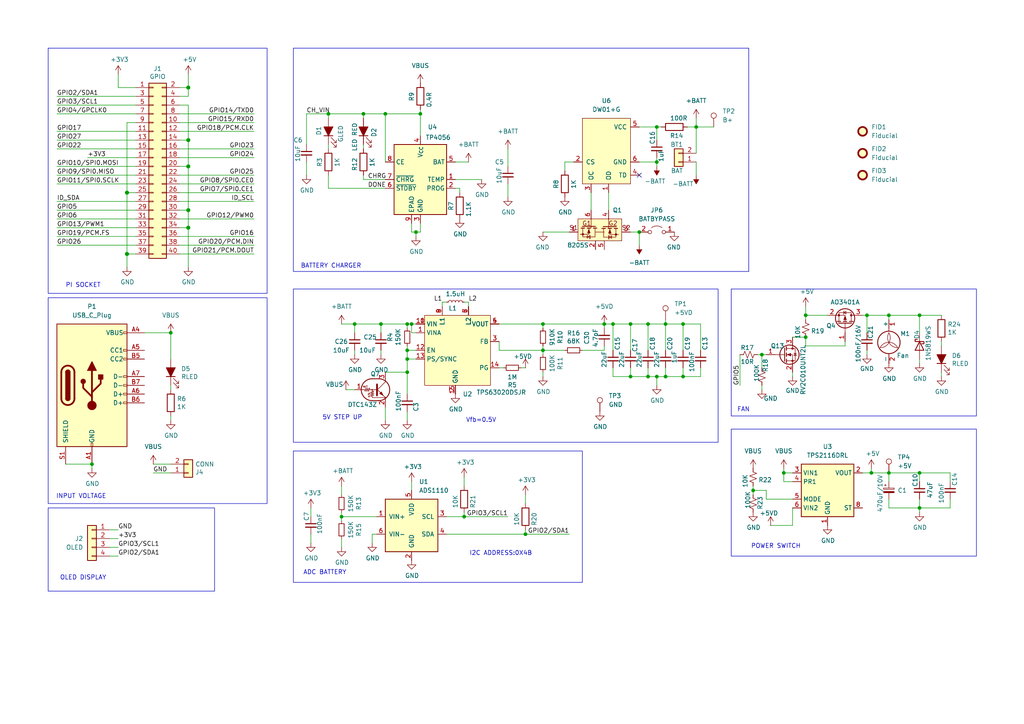
<source format=kicad_sch>
(kicad_sch (version 20250114) (generator "eeschema") (generator_version "9.0")
  (paper "A4")
  (title_block (title "PI hat ups+oled+fan") (date "2025-06-10") (comment 1 "doenec@gmail.com") (comment 2 "Esteban Corredor") (comment 3 "https://www.linkedin.com/in/estebancorredor/") (comment 4 "estebancorredor.net"))
  (rectangle (start 13.97 13.97) (end 77.47 85.09))
  (rectangle (start 212.09 83.82) (end 283.21 120.65))
  (rectangle (start 85.09 130.81) (end 168.91 168.91))
  (rectangle (start 212.09 124.46) (end 283.21 161.29))
  (rectangle (start 85.09 83.82) (end 208.28 128.27))
  (rectangle (start 13.97 86.36) (end 77.47 146.05))
  (rectangle (start 85.09 13.97) (end 217.17 78.74))
  (rectangle (start 13.97 147.32) (end 62.23 171.45))
  (text "I2C ADDRESS:0X4B" (at 136.144 161.29 0) (effects (font (size 1.27 1.27)) (justify left bottom)))
  (text "Vfb=0.5V" (at 135.128 122.682 0) (effects (font (size 1.27 1.27)) (justify left bottom)))
  (text "ADC BATTERY" (at 94.234 166.116 0) (effects (font (size 1.27 1.27))))
  (text "POWER SWITCH" (at 225.044 158.496 0) (effects (font (size 1.27 1.27))))
  (text "FAN" (at 215.646 118.872 0) (effects (font (size 1.27 1.27))))
  (text "PI SOCKET" (at 24.13 82.804 0) (effects (font (size 1.27 1.27))))
  (text "5V STEP UP" (at 93.472 121.92 0) (effects (font (size 1.27 1.27)) (justify left bottom)))
  (text "BATTERY CHARGER" (at 96.012 77.216 0) (effects (font (size 1.27 1.27))))
  (text "INPUT VOLTAGE" (at 16.256 144.78 0) (effects (font (size 1.27 1.27)) (justify left bottom)))
  (text "OLED DISPLAY" (at 24.13 167.64 0) (effects (font (size 1.27 1.27))))
  (junction (at 233.68 91.44))
  (junction (at 157.48 101.6))
  (junction (at 201.93 36.83))
  (junction (at 54.61 25.4) (diameter 1.016))
  (junction (at 220.98 102.87))
  (junction (at 177.8 93.98))
  (junction (at 134.62 149.86))
  (junction (at 54.61 40.64) (diameter 1.016))
  (junction (at 102.87 93.98))
  (junction (at 193.04 93.98))
  (junction (at 182.88 93.98))
  (junction (at 185.42 67.31))
  (junction (at 198.12 93.98))
  (junction (at 198.12 109.22))
  (junction (at 257.81 91.44))
  (junction (at 233.68 97.79))
  (junction (at 118.11 93.98))
  (junction (at 99.06 149.86))
  (junction (at 36.83 73.66) (diameter 1.016))
  (junction (at 190.5 109.22))
  (junction (at 252.73 137.16))
  (junction (at 190.5 36.83))
  (junction (at 119.38 93.98))
  (junction (at 152.4 154.94))
  (junction (at 227.33 137.16))
  (junction (at 36.83 55.88) (diameter 1.016))
  (junction (at 218.44 142.24))
  (junction (at 54.61 66.04) (diameter 1.016))
  (junction (at 187.96 93.98))
  (junction (at 257.81 137.16))
  (junction (at 118.11 104.14))
  (junction (at 118.11 107.95))
  (junction (at 121.92 33.02))
  (junction (at 110.49 93.98))
  (junction (at 26.67 134.62))
  (junction (at 118.11 101.6))
  (junction (at 120.65 67.31))
  (junction (at 54.61 60.96) (diameter 1.016))
  (junction (at 111.76 33.02))
  (junction (at 54.61 48.26) (diameter 1.016))
  (junction (at 175.26 93.98))
  (junction (at 157.48 93.98))
  (junction (at 266.7 91.44))
  (junction (at 95.25 33.02))
  (junction (at 266.7 147.32))
  (junction (at 193.04 109.22))
  (junction (at 49.53 96.52))
  (junction (at 187.96 109.22))
  (junction (at 105.41 33.02))
  (junction (at 182.88 109.22))
  (junction (at 190.5 46.99))
  (junction (at 251.46 91.44))
  (junction (at 266.7 137.16))
  (no_connect (at 185.42 50.8))
  (wire (pts (xy 95.25 34.29) (xy 95.25 33.02)))
  (wire (pts (xy 275.59 139.7) (xy 275.59 137.16)))
  (wire (pts (xy 49.53 96.52) (xy 49.53 104.14)))
  (wire (pts (xy 36.83 55.88) (xy 36.83 73.66)))
  (wire (pts (xy 52.07 55.88) (xy 73.66 55.88)))
  (wire (pts (xy 175.26 93.98) (xy 177.8 93.98)))
  (wire (pts (xy 273.05 109.22) (xy 273.05 107.95)))
  (wire (pts (xy 144.78 99.06) (xy 144.78 101.6)))
  (wire (pts (xy 233.68 91.44) (xy 233.68 92.71)))
  (wire (pts (xy 39.37 38.1) (xy 16.51 38.1)))
  (wire (pts (xy 121.92 33.02) (xy 121.92 31.75)))
  (wire (pts (xy 25.4 45.72) (xy 39.37 45.72)))
  (wire (pts (xy 105.41 52.07) (xy 105.41 50.8)))
  (wire (pts (xy 229.87 147.32) (xy 229.87 152.4)))
  (wire (pts (xy 54.61 30.48) (xy 54.61 40.64)))
  (wire (pts (xy 177.8 93.98) (xy 177.8 101.6)))
  (wire (pts (xy 54.61 48.26) (xy 52.07 48.26)))
  (wire (pts (xy 99.06 148.59) (xy 99.06 149.86)))
  (wire (pts (xy 222.25 142.24) (xy 218.44 142.24)))
  (wire (pts (xy 128.27 87.63) (xy 128.27 88.9)))
  (wire (pts (xy 198.12 106.68) (xy 198.12 109.22)))
  (wire (pts (xy 99.06 140.97) (xy 99.06 143.51)))
  (wire (pts (xy 111.76 52.07) (xy 105.41 52.07)))
  (wire (pts (xy 54.61 60.96) (xy 54.61 66.04)))
  (wire (pts (xy 102.87 93.98) (xy 102.87 96.52)))
  (wire (pts (xy 266.7 104.14) (xy 266.7 105.41)))
  (wire (pts (xy 252.73 137.16) (xy 257.81 137.16)))
  (wire (pts (xy 198.12 101.6) (xy 198.12 93.98)))
  (wire (pts (xy 157.48 109.22) (xy 157.48 107.95)))
  (wire (pts (xy 102.87 93.98) (xy 110.49 93.98)))
  (wire (pts (xy 219.71 102.87) (xy 220.98 102.87)))
  (wire (pts (xy 198.12 93.98) (xy 203.2 93.98)))
  (wire (pts (xy 54.61 48.26) (xy 54.61 60.96)))
  (wire (pts (xy 31.75 153.67) (xy 34.29 153.67)))
  (wire (pts (xy 275.59 137.16) (xy 266.7 137.16)))
  (wire (pts (xy 52.07 33.02) (xy 73.66 33.02)))
  (wire (pts (xy 120.65 67.31) (xy 121.92 67.31)))
  (wire (pts (xy 227.33 137.16) (xy 229.87 137.16)))
  (wire (pts (xy 36.83 35.56) (xy 36.83 55.88)))
  (wire (pts (xy 152.4 146.05) (xy 152.4 143.51)))
  (wire (pts (xy 175.26 101.6) (xy 175.26 100.33)))
  (wire (pts (xy 233.68 88.9) (xy 233.68 91.44)))
  (wire (pts (xy 31.75 161.29) (xy 34.29 161.29)))
  (wire (pts (xy 110.49 93.98) (xy 118.11 93.98)))
  (wire (pts (xy 229.87 107.95) (xy 229.87 109.22)))
  (wire (pts (xy 177.8 109.22) (xy 182.88 109.22)))
  (wire (pts (xy 220.98 111.76) (xy 220.98 113.03)))
  (wire (pts (xy 105.41 41.91) (xy 105.41 43.18)))
  (wire (pts (xy 36.83 35.56) (xy 39.37 35.56)))
  (wire (pts (xy 187.96 93.98) (xy 187.96 101.6)))
  (wire (pts (xy 52.07 53.34) (xy 73.66 53.34)))
  (wire (pts (xy 129.54 149.86) (xy 134.62 149.86)))
  (wire (pts (xy 182.88 67.31) (xy 185.42 67.31)))
  (wire (pts (xy 39.37 58.42) (xy 16.51 58.42)))
  (wire (pts (xy 19.05 134.62) (xy 26.67 134.62)))
  (wire (pts (xy 182.88 93.98) (xy 187.96 93.98)))
  (wire (pts (xy 16.51 60.96) (xy 39.37 60.96)))
  (wire (pts (xy 201.93 36.83) (xy 201.93 44.45)))
  (wire (pts (xy 119.38 67.31) (xy 120.65 67.31)))
  (wire (pts (xy 129.54 154.94) (xy 152.4 154.94)))
  (wire (pts (xy 119.38 64.77) (xy 119.38 67.31)))
  (wire (pts (xy 107.95 154.94) (xy 107.95 157.48)))
  (wire (pts (xy 165.1 67.31) (xy 157.48 67.31)))
  (wire (pts (xy 157.48 101.6) (xy 157.48 102.87)))
  (wire (pts (xy 36.83 55.88) (xy 39.37 55.88)))
  (wire (pts (xy 111.76 121.92) (xy 111.76 118.11)))
  (wire (pts (xy 147.32 53.34) (xy 147.32 57.15)))
  (wire (pts (xy 119.38 139.7) (xy 119.38 142.24)))
  (wire (pts (xy 229.87 144.78) (xy 222.25 144.78)))
  (wire (pts (xy 171.45 55.88) (xy 171.45 60.96)))
  (wire (pts (xy 52.07 43.18) (xy 73.66 43.18)))
  (wire (pts (xy 95.25 43.18) (xy 95.25 41.91)))
  (wire (pts (xy 90.17 147.32) (xy 90.17 149.86)))
  (wire (pts (xy 109.22 154.94) (xy 107.95 154.94)))
  (wire (pts (xy 110.49 93.98) (xy 110.49 96.52)))
  (wire (pts (xy 118.11 104.14) (xy 120.65 104.14)))
  (wire (pts (xy 233.68 97.79) (xy 233.68 100.33)))
  (wire (pts (xy 250.19 137.16) (xy 252.73 137.16)))
  (wire (pts (xy 251.46 91.44) (xy 251.46 96.52)))
  (wire (pts (xy 187.96 109.22) (xy 187.96 106.68)))
  (wire (pts (xy 52.07 73.66) (xy 73.66 73.66)))
  (wire (pts (xy 36.83 73.66) (xy 36.83 77.47)))
  (wire (pts (xy 16.51 40.64) (xy 39.37 40.64)))
  (wire (pts (xy 266.7 148.59) (xy 266.7 147.32)))
  (wire (pts (xy 34.29 21.59) (xy 34.29 25.4)))
  (wire (pts (xy 118.11 93.98) (xy 119.38 93.98)))
  (wire (pts (xy 185.42 67.31) (xy 185.42 71.12)))
  (wire (pts (xy 132.08 46.99) (xy 135.89 46.99)))
  (wire (pts (xy 245.11 100.33) (xy 245.11 99.06)))
  (wire (pts (xy 193.04 93.98) (xy 193.04 101.6)))
  (wire (pts (xy 134.62 87.63) (xy 135.89 87.63)))
  (wire (pts (xy 134.62 149.86) (xy 134.62 148.59)))
  (wire (pts (xy 147.32 43.18) (xy 147.32 48.26)))
  (wire (pts (xy 54.61 66.04) (xy 52.07 66.04)))
  (wire (pts (xy 168.91 101.6) (xy 175.26 101.6)))
  (wire (pts (xy 257.81 91.44) (xy 266.7 91.44)))
  (wire (pts (xy 118.11 93.98) (xy 118.11 95.25)))
  (wire (pts (xy 251.46 101.6) (xy 251.46 102.87)))
  (wire (pts (xy 229.87 139.7) (xy 227.33 139.7)))
  (wire (pts (xy 187.96 109.22) (xy 190.5 109.22)))
  (wire (pts (xy 16.51 30.48) (xy 39.37 30.48)))
  (wire (pts (xy 175.26 95.25) (xy 175.26 93.98)))
  (wire (pts (xy 99.06 93.98) (xy 102.87 93.98)))
  (wire (pts (xy 99.06 149.86) (xy 99.06 151.13)))
  (wire (pts (xy 16.51 53.34) (xy 39.37 53.34)))
  (wire (pts (xy 182.88 109.22) (xy 187.96 109.22)))
  (wire (pts (xy 203.2 109.22) (xy 203.2 106.68)))
  (wire (pts (xy 144.78 106.68) (xy 146.05 106.68)))
  (wire (pts (xy 251.46 91.44) (xy 257.81 91.44)))
  (wire (pts (xy 201.93 46.99) (xy 201.93 50.8)))
  (wire (pts (xy 39.37 27.94) (xy 16.51 27.94)))
  (wire (pts (xy 118.11 101.6) (xy 120.65 101.6)))
  (wire (pts (xy 54.61 25.4) (xy 54.61 27.94)))
  (wire (pts (xy 165.1 154.94) (xy 152.4 154.94)))
  (wire (pts (xy 157.48 101.6) (xy 163.83 101.6)))
  (wire (pts (xy 54.61 40.64) (xy 54.61 48.26)))
  (wire (pts (xy 111.76 107.95) (xy 118.11 107.95)))
  (wire (pts (xy 275.59 144.78) (xy 275.59 147.32)))
  (wire (pts (xy 52.07 38.1) (xy 73.66 38.1)))
  (wire (pts (xy 54.61 40.64) (xy 52.07 40.64)))
  (wire (pts (xy 31.75 158.75) (xy 34.29 158.75)))
  (wire (pts (xy 257.81 91.44) (xy 257.81 92.71)))
  (wire (pts (xy 31.75 156.21) (xy 34.29 156.21)))
  (wire (pts (xy 90.17 154.94) (xy 90.17 157.48)))
  (wire (pts (xy 88.9 46.99) (xy 88.9 50.8)))
  (wire (pts (xy 190.5 45.72) (xy 190.5 46.99)))
  (wire (pts (xy 54.61 21.59) (xy 54.61 25.4)))
  (wire (pts (xy 266.7 137.16) (xy 266.7 139.7)))
  (wire (pts (xy 100.33 113.03) (xy 102.87 113.03)))
  (wire (pts (xy 49.53 121.92) (xy 49.53 120.65)))
  (wire (pts (xy 218.44 142.24) (xy 218.44 140.97)))
  (wire (pts (xy 16.51 33.02) (xy 39.37 33.02)))
  (wire (pts (xy 54.61 25.4) (xy 52.07 25.4)))
  (wire (pts (xy 257.81 137.16) (xy 257.81 139.7)))
  (wire (pts (xy 52.07 45.72) (xy 73.66 45.72)))
  (wire (pts (xy 121.92 33.02) (xy 121.92 39.37)))
  (wire (pts (xy 176.53 55.88) (xy 176.53 60.96)))
  (wire (pts (xy 52.07 35.56) (xy 73.66 35.56)))
  (wire (pts (xy 250.19 91.44) (xy 251.46 91.44)))
  (wire (pts (xy 190.5 40.64) (xy 190.5 36.83)))
  (wire (pts (xy 144.78 101.6) (xy 157.48 101.6)))
  (wire (pts (xy 26.67 135.89) (xy 26.67 134.62)))
  (wire (pts (xy 111.76 54.61) (xy 95.25 54.61)))
  (wire (pts (xy 190.5 109.22) (xy 193.04 109.22)))
  (wire (pts (xy 16.51 43.18) (xy 39.37 43.18)))
  (wire (pts (xy 193.04 92.71) (xy 193.04 93.98)))
  (wire (pts (xy 16.51 50.8) (xy 39.37 50.8)))
  (wire (pts (xy 99.06 156.21) (xy 99.06 158.75)))
  (wire (pts (xy 99.06 149.86) (xy 109.22 149.86)))
  (wire (pts (xy 118.11 107.95) (xy 118.11 114.3)))
  (wire (pts (xy 177.8 109.22) (xy 177.8 106.68)))
  (wire (pts (xy 182.88 93.98) (xy 182.88 101.6)))
  (wire (pts (xy 157.48 93.98) (xy 175.26 93.98)))
  (wire (pts (xy 222.25 144.78) (xy 222.25 142.24)))
  (wire (pts (xy 201.93 34.29) (xy 201.93 36.83)))
  (wire (pts (xy 120.65 67.31) (xy 120.65 68.58)))
  (wire (pts (xy 201.93 36.83) (xy 207.01 36.83)))
  (wire (pts (xy 102.87 101.6) (xy 102.87 102.87)))
  (wire (pts (xy 185.42 46.99) (xy 190.5 46.99)))
  (wire (pts (xy 257.81 147.32) (xy 266.7 147.32)))
  (wire (pts (xy 177.8 93.98) (xy 182.88 93.98)))
  (wire (pts (xy 16.51 63.5) (xy 39.37 63.5)))
  (wire (pts (xy 198.12 109.22) (xy 203.2 109.22)))
  (wire (pts (xy 144.78 93.98) (xy 157.48 93.98)))
  (wire (pts (xy 54.61 27.94) (xy 52.07 27.94)))
  (wire (pts (xy 275.59 147.32) (xy 266.7 147.32)))
  (wire (pts (xy 227.33 135.89) (xy 227.33 137.16)))
  (wire (pts (xy 203.2 93.98) (xy 203.2 101.6)))
  (wire (pts (xy 220.98 102.87) (xy 222.25 102.87)))
  (wire (pts (xy 118.11 104.14) (xy 118.11 107.95)))
  (wire (pts (xy 111.76 33.02) (xy 121.92 33.02)))
  (wire (pts (xy 133.35 55.88) (xy 133.35 54.61)))
  (wire (pts (xy 266.7 91.44) (xy 273.05 91.44)))
  (wire (pts (xy 16.51 68.58) (xy 39.37 68.58)))
  (wire (pts (xy 185.42 36.83) (xy 190.5 36.83)))
  (wire (pts (xy 132.08 52.07) (xy 139.7 52.07)))
  (wire (pts (xy 257.81 137.16) (xy 266.7 137.16)))
  (wire (pts (xy 152.4 154.94) (xy 152.4 153.67)))
  (wire (pts (xy 257.81 144.78) (xy 257.81 147.32)))
  (wire (pts (xy 52.07 68.58) (xy 73.66 68.58)))
  (wire (pts (xy 157.48 95.25) (xy 157.48 93.98)))
  (wire (pts (xy 95.25 54.61) (xy 95.25 50.8)))
  (wire (pts (xy 88.9 33.02) (xy 95.25 33.02)))
  (wire (pts (xy 233.68 100.33) (xy 245.11 100.33)))
  (wire (pts (xy 52.07 63.5) (xy 73.66 63.5)))
  (wire (pts (xy 105.41 33.02) (xy 111.76 33.02)))
  (wire (pts (xy 36.83 73.66) (xy 39.37 73.66)))
  (wire (pts (xy 95.25 33.02) (xy 105.41 33.02)))
  (wire (pts (xy 52.07 71.12) (xy 73.66 71.12)))
  (wire (pts (xy 120.65 96.52) (xy 119.38 96.52)))
  (wire (pts (xy 119.38 93.98) (xy 120.65 93.98)))
  (wire (pts (xy 44.45 137.16) (xy 49.53 137.16)))
  (wire (pts (xy 147.32 149.86) (xy 134.62 149.86)))
  (wire (pts (xy 151.13 106.68) (xy 152.4 106.68)))
  (wire (pts (xy 163.83 46.99) (xy 163.83 49.53)))
  (wire (pts (xy 229.87 97.79) (xy 233.68 97.79)))
  (wire (pts (xy 118.11 119.38) (xy 118.11 121.92)))
  (wire (pts (xy 54.61 30.48) (xy 52.07 30.48)))
  (wire (pts (xy 88.9 41.91) (xy 88.9 33.02)))
  (wire (pts (xy 193.04 109.22) (xy 198.12 109.22)))
  (wire (pts (xy 44.45 134.62) (xy 49.53 134.62)))
  (wire (pts (xy 16.51 71.12) (xy 39.37 71.12)))
  (wire (pts (xy 135.89 87.63) (xy 135.89 88.9)))
  (wire (pts (xy 266.7 147.32) (xy 266.7 144.78)))
  (wire (pts (xy 110.49 101.6) (xy 110.49 102.87)))
  (wire (pts (xy 218.44 142.24) (xy 218.44 143.51)))
  (wire (pts (xy 129.54 87.63) (xy 128.27 87.63)))
  (wire (pts (xy 214.63 111.76) (xy 214.63 102.87)))
  (wire (pts (xy 252.73 135.89) (xy 252.73 137.16)))
  (wire (pts (xy 182.88 109.22) (xy 182.88 106.68)))
  (wire (pts (xy 121.92 67.31) (xy 121.92 64.77)))
  (wire (pts (xy 229.87 152.4) (xy 223.52 152.4)))
  (wire (pts (xy 105.41 33.02) (xy 105.41 34.29)))
  (wire (pts (xy 273.05 99.06) (xy 273.05 100.33)))
  (wire (pts (xy 163.83 46.99) (xy 166.37 46.99)))
  (wire (pts (xy 187.96 93.98) (xy 193.04 93.98)))
  (wire (pts (xy 190.5 46.99) (xy 190.5 48.26)))
  (wire (pts (xy 54.61 66.04) (xy 54.61 77.47)))
  (wire (pts (xy 193.04 93.98) (xy 198.12 93.98)))
  (wire (pts (xy 52.07 50.8) (xy 73.66 50.8)))
  (wire (pts (xy 39.37 66.04) (xy 16.51 66.04)))
  (wire (pts (xy 190.5 109.22) (xy 190.5 111.76)))
  (wire (pts (xy 118.11 100.33) (xy 118.11 101.6)))
  (wire (pts (xy 118.11 101.6) (xy 118.11 104.14)))
  (wire (pts (xy 49.53 111.76) (xy 49.53 113.03)))
  (wire (pts (xy 54.61 60.96) (xy 52.07 60.96)))
  (wire (pts (xy 199.39 36.83) (xy 201.93 36.83)))
  (wire (pts (xy 34.29 25.4) (xy 39.37 25.4)))
  (wire (pts (xy 111.76 33.02) (xy 111.76 46.99)))
  (wire (pts (xy 157.48 100.33) (xy 157.48 101.6)))
  (wire (pts (xy 193.04 109.22) (xy 193.04 106.68)))
  (wire (pts (xy 227.33 139.7) (xy 227.33 137.16)))
  (wire (pts (xy 132.08 54.61) (xy 133.35 54.61)))
  (wire (pts (xy 220.98 102.87) (xy 220.98 106.68)))
  (wire (pts (xy 266.7 91.44) (xy 266.7 96.52)))
  (wire (pts (xy 191.77 36.83) (xy 190.5 36.83)))
  (wire (pts (xy 119.38 96.52) (xy 119.38 93.98)))
  (wire (pts (xy 41.91 96.52) (xy 49.53 96.52)))
  (wire (pts (xy 39.37 48.26) (xy 16.51 48.26)))
  (wire (pts (xy 52.07 58.42) (xy 73.66 58.42)))
  (wire (pts (xy 233.68 91.44) (xy 240.03 91.44)))
  (wire (pts (xy 134.62 140.97) (xy 134.62 138.43)))
  (label "ID_SDA" (at 16.51 58.42 0))
  (label "GPIO6" (at 16.51 63.5 0))
  (label "CHRG" (at 106.68 52.07 0))
  (label "GPIO2{slash}SDA1" (at 34.29 161.29 0))
  (label "ID_SCL" (at 73.66 58.42 180))
  (label "GPIO5" (at 16.51 60.96 0))
  (label "GPIO21{slash}PCM.DOUT" (at 73.66 73.66 180))
  (label "GPIO19{slash}PCM.FS" (at 16.51 68.58 0))
  (label "GPIO2{slash}SDA1" (at 165.1 154.94 180))
  (label "GPIO10{slash}SPI0.MOSI" (at 16.51 48.26 0))
  (label "GPIO9{slash}SPI0.MISO" (at 16.51 50.8 0))
  (label "+3V3" (at 34.29 156.21 0))
  (label "GPIO23" (at 73.66 43.18 180))
  (label "GPIO4{slash}GPCLK0" (at 16.51 33.02 0))
  (label "GPIO27" (at 16.51 40.64 0))
  (label "GPIO26" (at 16.51 71.12 0))
  (label "GPIO14{slash}TXD0" (at 73.66 33.02 180))
  (label "GPIO8{slash}SPI0.CE0" (at 73.66 53.34 180))
  (label "GPIO15{slash}RXD0" (at 73.66 35.56 180))
  (label "GPIO16" (at 73.66 68.58 180))
  (label "GPIO3{slash}SCL1" (at 147.32 149.86 180))
  (label "+3V3" (at 25.4 45.72 0))
  (label "GPIO22" (at 16.51 43.18 0))
  (label "GND" (at 44.45 137.16 0))
  (label "GPIO2{slash}SDA1" (at 16.51 27.94 0))
  (label "GPIO17" (at 16.51 38.1 0))
  (label "DONE" (at 106.68 54.61 0))
  (label "L1" (at 128.27 87.63 180))
  (label "GPIO25" (at 73.66 50.8 180))
  (label "GPIO5" (at 214.63 111.76 90))
  (label "GPIO3{slash}SCL1" (at 16.51 30.48 0))
  (label "GPIO18{slash}PCM.CLK" (at 73.66 38.1 180))
  (label "GPIO12{slash}PWM0" (at 73.66 63.5 180))
  (label "GPIO3{slash}SCL1" (at 34.29 158.75 0))
  (label "GPIO13{slash}PWM1" (at 16.51 66.04 0))
  (label "GPIO20{slash}PCM.DIN" (at 73.66 71.12 180))
  (label "GPIO24" (at 73.66 45.72 180))
  (label "GPIO7{slash}SPI0.CE1" (at 73.66 55.88 180))
  (label "L2" (at 135.89 87.63 0))
  (label "CH_VIN" (at 88.9 33.02 0))
  (label "GND" (at 34.29 153.67 0))
  (label "GPIO11{slash}SPI0.SCLK" (at 16.51 53.34 0))
  (symbol (lib_id "power:+5V") (at 54.61 21.59 0) (unit 1)
    (property "Reference" "#PWR01" (effects (hide yes)))
    (property "Value" "+5V" (at 54.9783 17.2656 0))
  )
  (symbol (lib_id "power:+3.3V") (at 34.29 21.59 0) (unit 1)
    (property "Reference" "#PWR04" (effects (hide yes)))
    (property "Value" "+3V3" (at 34.6583 17.2656 0))
  )
  (symbol (lib_id "power:GND") (at 54.61 77.47 0) (unit 1)
    (property "Reference" "#PWR02" (effects (hide yes)))
    (property "Value" "GND" (at 54.7243 81.7944 0))
  )
  (symbol (lib_id "power:GND") (at 36.83 77.47 0) (unit 1)
    (property "Reference" "#PWR03" (effects (hide yes)))
    (property "Value" "GND" (at 36.9443 81.7944 0))
  )
  (symbol (lib_id "Connector_Generic:Conn_02x20_Odd_Even") (at 44.45 48.26 0) (unit 1)
    (property "Reference" "J1" (at 45.72 19.9198 0))
    (property "Value" "GPIO" (at 45.72 22.225 0))
    (property "Footprint" "Connector_PinSocket_2.54mm:PinSocket_2x20_P2.54mm_Vertical" (effects (hide yes)))
  )
  (symbol (lib_id "power:GND") (at 240.03 152.4 0) (unit 1)
    (property "Reference" "#PWR065" (effects (hide yes)))
    (property "Value" "GND" (at 240.157 156.7942 0))
  )
  (symbol (lib_id "power:GND") (at 90.17 157.48 0) (unit 1)
    (property "Reference" "#PWR052" (effects (hide yes)))
    (property "Value" "GND" (at 90.297 161.8742 0))
  )
  (symbol (lib_id "Device:LED_ALT") (at 273.05 104.14 90) (unit 1)
    (property "Reference" "D6" (at 276.0472 103.1494 90) (effects (justify right)))
    (property "Value" "RLED" (at 276.0472 105.4608 90) (effects (justify right)))
    (property "Footprint" "LED_SMD:LED_0603_1608Metric" (effects (hide yes)))
    (property "LCSC-PN" "C2286" (effects (hide yes)))
    (property "MPN" "KT-0603R" (effects (hide yes)))
    (property "Manufacturer" "Hubei KENTO Elec" (effects (hide yes)))
  )
  (symbol (lib_id "Connector:TestPoint") (at 173.99 119.38 0) (unit 1) (in_bom no)
    (property "Reference" "TP3" (at 176.53 114.8079 0) (effects (justify left)))
    (property "Value" "GND" (at 176.53 117.3479 0) (effects (justify left)))
    (property "Footprint" "TestPoint:TestPoint_Pad_D1.0mm" (effects (hide yes)))
    (property "Description" "test point" (effects (hide yes)))
  )
  (symbol (lib_id "Mechanical:Fiducial") (at 250.19 38.1 0) (unit 1) (exclude_from_sim yes) (in_bom no)
    (property "Reference" "FID1" (at 252.73 36.8299 0) (effects (justify left)))
    (property "Value" "Fiducial" (at 252.73 39.3699 0) (effects (justify left)))
    (property "Footprint" "Fiducial:Fiducial_0.5mm_Mask1mm" (effects (hide yes)))
    (property "Description" "Fiducial Marker" (effects (hide yes)))
  )
  (symbol (lib_id "power:GND") (at 107.95 157.48 0) (unit 1)
    (property "Reference" "#PWR059" (effects (hide yes)))
    (property "Value" "GND" (at 108.077 161.8742 0))
  )
  (symbol (lib_id "Device:C_Small") (at 266.7 142.24 0) (unit 1)
    (property "Reference" "C10" (at 265.43 141.224 90) (effects (justify left)))
    (property "Value" "47uF" (at 269.748 144.526 90) (effects (justify left)))
    (property "Footprint" "Capacitor_SMD:C_1206_3216Metric" (effects (hide yes)))
    (property "MPN" "CL31A476MPHNNNE" (effects (hide yes)))
    (property "Manufacturer" "Samsung Electro-Mechanics" (effects (hide yes)))
    (property "LCSC-PN" "C96123" (effects (hide yes)))
  )
  (symbol (lib_id "Device:R") (at 133.35 59.69 180) (unit 1)
    (property "Reference" "R7" (at 130.81 58.42 90) (effects (justify left)))
    (property "Value" "1.1K" (at 135.89 58.42 90) (effects (justify left)))
    (property "Footprint" "Resistor_SMD:R_0603_1608Metric" (effects (hide yes)))
    (property "LCSC-PN" "C22764" (effects (hide yes)))
    (property "MPN" "0603WAF1101T5E" (effects (hide yes)))
  )
  (symbol (lib_id "Device:C_Small") (at 102.87 99.06 0) (unit 1)
    (property "Reference" "C26" (at 97.028 99.06 0) (effects (justify left)))
    (property "Value" "10uF" (at 96.52 101.6 0) (effects (justify left)))
    (property "Footprint" "Capacitor_SMD:C_0402_1005Metric" (effects (hide yes)))
    (property "MPN" "CL05A106MQ5NUNC" (effects (hide yes)))
    (property "Manufacturer" "Samsung Electro-Mechanics" (effects (hide yes)))
    (property "LCSC-PN" "C15525" (effects (hide yes)))
  )
  (symbol (lib_id "power:GND") (at 133.35 63.5 0) (unit 1)
    (property "Reference" "#PWR037" (effects (hide yes)))
    (property "Value" "GND" (at 133.477 67.8942 0))
  )
  (symbol (lib_id "Transistor_FET:AO3401A") (at 245.11 93.98 270) (mirror x) (unit 1)
    (property "Reference" "Q4" (at 241.046 94.488 90))
    (property "Value" "AO3401A" (at 245.11 87.63 90))
    (property "Footprint" "Package_TO_SOT_SMD:SOT-23" (effects (hide yes)))
    (property "Datasheet" "http://www.aosmd.com/pdfs/datasheet/AO3401A.pdf" (effects (hide yes)))
    (property "Description" "-4.0A Id, -30V Vds, P-Channel MOSFET, SOT-23" (effects (hide yes)))
    (property "Digi-Key_PN" "785-1001-1-ND" (effects (hide yes)))
    (property "MPN" "AO3401A" (effects (hide yes)))
    (property "Manufacturer" "Alpha & Omega Semiconductor Inc." (effects (hide yes)))
    (property "LCSC-PN" "C15127" (effects (hide yes)))
  )
  (symbol (lib_id "Device:LED_ALT") (at 95.25 38.1 90) (unit 1)
    (property "Reference" "D1" (at 92.456 36.576 0) (effects (justify right)))
    (property "Value" "GLED" (at 98.806 36.322 0) (effects (justify right)))
    (property "Footprint" "LED_SMD:LED_0603_1608Metric" (effects (hide yes)))
    (property "LCSC-PN" "C72043" (effects (hide yes)))
    (property "MPN" "19-217/GHC-YR1S2/3T" (effects (hide yes)))
    (property "Manufacturer" "Everlight Elec" (effects (hide yes)))
  )
  (symbol (lib_id "Device:L_Small") (at 132.08 87.63 90) (unit 1)
    (property "Reference" "L1" (at 131.318 89.408 90))
    (property "Value" "1.5uH" (at 132.08 85.2424 90))
    (property "Footprint" "Inductor_SMD:L_Sunlord_SWPA4020S" (effects (hide yes)))
    (property "LCSC-PN" "C3033018" (effects (hide yes)))
    (property "MPN" "XFL4020-152MEC" (effects (hide yes)))
    (property "Manufacturer" "Coilcraft" (effects (hide yes)))
  )
  (symbol (lib_id "power:GND") (at 190.5 111.76 0) (unit 1)
    (property "Reference" "#PWR063" (effects (hide yes)))
    (property "Value" "GND" (at 190.627 116.1542 0))
  )
  (symbol (lib_id "power:+5V") (at 233.68 88.9 0) (unit 1)
    (property "Reference" "#PWR013" (effects (hide yes)))
    (property "Value" "+5V" (at 234.0483 84.5756 0))
  )
  (symbol (lib_id "power:GND") (at 266.7 148.59 0) (unit 1)
    (property "Reference" "#PWR044" (effects (hide yes)))
    (property "Value" "GND" (at 266.827 152.9842 0))
  )
  (symbol (lib_id "power:GND") (at 257.81 105.41 0) (unit 1)
    (property "Reference" "#PWR067" (effects (hide yes)))
    (property "Value" "GND" (at 257.937 109.8042 0))
  )
  (symbol (lib_id "Device:C_Small") (at 275.59 142.24 0) (unit 1)
    (property "Reference" "C14" (at 276.86 140.97 90) (effects (justify left)))
    (property "Value" "100nF" (at 273.05 146.05 90) (effects (justify left)))
    (property "Footprint" "Capacitor_SMD:C_0402_1005Metric" (effects (hide yes)))
    (property "LCSC-PN" "C1525" (effects (hide yes)))
    (property "MPN" "CL05B104KO5NNNC" (effects (hide yes)))
    (property "Manufacturer" "Samsung Electro-Mechanics" (effects (hide yes)))
    (property "LCSC-stock" "C106204" (effects (hide yes)))
  )
  (symbol (lib_id "Transistor_FET:Q_NMOS_GSD") (at 227.33 102.87 0) (unit 1)
    (property "Reference" "Q13" (at 223.52 100.33 0) (effects (justify left)))
    (property "Value" "RV2C010UNT2L" (at 232.918 114.554 90) (effects (justify left)))
    (property "Footprint" "Package_DFN_QFN:Diodes_DFN1006-3" (effects (hide yes)))
    (property "Description" "N-MOSFET transistor, gate/source/drain" (effects (hide yes)))
    (property "Digi-Key_PN" "RV2C010UNT2LCT-ND" (effects (hide yes)))
    (property "MPN" "RV2C010UNT2L" (effects (hide yes)))
    (property "Manufacturer" "Rohm Semiconductor" (effects (hide yes)))
    (property "LCSC-PN" "C570828" (effects (hide yes)))
  )
  (symbol (lib_id "power:+BATT") (at 135.89 46.99 0) (unit 1)
    (property "Reference" "#PWR018" (effects (hide yes)))
    (property "Value" "+BATT" (at 135.89 41.91 0))
  )
  (symbol (lib_id "power:+BATT") (at 201.93 34.29 0) (unit 1)
    (property "Reference" "#PWR070" (effects (hide yes)))
    (property "Value" "+BATT" (at 201.93 29.21 0))
  )
  (symbol (lib_id "Device:R_Small") (at 166.37 101.6 270) (unit 1)
    (property "Reference" "R16" (at 166.37 96.6216 90))
    (property "Value" "68K" (at 166.37 98.933 90))
    (property "Footprint" "Resistor_SMD:R_0402_1005Metric" (effects (hide yes)))
    (property "LCSC-PN" "C36871" (effects (hide yes)))
    (property "MPN" "0402WGF6802TCE" (effects (hide yes)))
    (property "Manufacturer" "UNI-ROYAL(Uniroyal Elec)" (effects (hide yes)))
  )
  (symbol (lib_id "Device:R_Small") (at 118.11 97.79 0) (unit 1)
    (property "Reference" "R4" (at 113.1316 97.79 90))
    (property "Value" "150K" (at 115.443 97.79 90))
    (property "Footprint" "Resistor_SMD:R_0402_1005Metric" (effects (hide yes)))
    (property "LCSC-PN" "C25755" (effects (hide yes)))
    (property "MPN" "0402WGF1503TCE" (effects (hide yes)))
    (property "Manufacturer" "Uniroyal Elec" (effects (hide yes)))
    (property "LCSC-stock" "C93947" (effects (hide yes)))
  )
  (symbol (lib_id "power:+3.3V") (at 152.4 143.51 0) (unit 1)
    (property "Reference" "#PWR054" (effects (hide yes)))
    (property "Value" "+3V3" (at 152.7683 139.1856 0))
  )
  (symbol (lib_id "power:GND") (at 229.87 109.22 0) (mirror y) (unit 1)
    (property "Reference" "#PWR064" (effects (hide yes)))
    (property "Value" "GND" (at 229.87 113.284 0))
    (property "Description" "Power symbol creates a global label with name \"GND\" , ground" (effects (hide yes)))
  )
  (symbol (lib_id "esteban2:TPS63020DSJR") (at 132.08 101.6 0) (unit 1)
    (property "Reference" "U2" (at 134.2233 114.3 0) (effects (justify left)))
    (property "Value" "TPS63020DSJR" (at 138.176 113.792 0) (effects (justify left)))
    (property "Footprint" "Package_SON:VSON-14-1EP_3x4.45mm_P0.65mm_EP1.6x4.2mm_ThermalVias" (effects (hide yes)))
    (property "MPN" "TPS63020DSJR" (effects (hide yes)))
    (property "LCSC-PN" "C15483" (effects (hide yes)))
    (property "Manufacturer" "Texas Instruments" (effects (hide yes)))
  )
  (symbol (lib_id "power:GND") (at 102.87 102.87 0) (unit 1)
    (property "Reference" "#PWR084" (effects (hide yes)))
    (property "Value" "GND" (at 102.997 107.2642 0))
  )
  (symbol (lib_id "Device:C_Small") (at 110.49 99.06 0) (unit 1)
    (property "Reference" "C25" (at 105.41 97.79 0) (effects (justify left)))
    (property "Value" "10uF" (at 104.14 101.6 0) (effects (justify left)))
    (property "Footprint" "Capacitor_SMD:C_0402_1005Metric" (effects (hide yes)))
    (property "MPN" "CL05A106MQ5NUNC" (effects (hide yes)))
    (property "Manufacturer" "Samsung Electro-Mechanics" (effects (hide yes)))
    (property "LCSC-PN" "C15525" (effects (hide yes)))
  )
  (symbol (lib_id "power:-BATT") (at 201.93 50.8 180) (unit 1)
    (property "Reference" "#PWR071" (effects (hide yes)))
    (property "Value" "-BATT" (at 198.12 53.34 0))
  )
  (symbol (lib_id "power:VBUS") (at 227.33 135.89 0) (mirror y) (unit 1)
    (property "Reference" "#PWR024" (effects (hide yes)))
    (property "Value" "VBUS" (at 227.33 130.81 0))
    (property "Description" "Power symbol creates a global label with name \"VBUS\"" (effects (hide yes)))
  )
  (symbol (lib_id "Device:C_Small") (at 147.32 50.8 0) (unit 1)
    (property "Reference" "C5" (at 143.51 46.99 0) (effects (justify left)))
    (property "Value" "10uF" (at 144.78 53.34 90) (effects (justify left)))
    (property "Footprint" "Capacitor_SMD:C_0402_1005Metric" (effects (hide yes)))
    (property "LCSC-PN" "C15525" (effects (hide yes)))
    (property "MPN" "CL05A106MQ5NUNC" (effects (hide yes)))
    (property "Manufacturer" "Samsung Electro-Mechanics" (effects (hide yes)))
    (property "LCSC-stock" "C15525" (effects (hide yes)))
  )
  (symbol (lib_id "power:+5VD") (at 152.4 106.68 0) (unit 1)
    (property "Reference" "#PWR06" (effects (hide yes)))
    (property "Value" "+5VD" (at 151.638 103.378 0))
    (property "Description" "Power symbol creates a global label with name \"+5VD\"" (effects (hide yes)))
  )
  (symbol (lib_id "Device:R") (at 152.4 149.86 0) (mirror x) (unit 1)
    (property "Reference" "R20" (at 154.94 148.59 90) (effects (justify left)))
    (property "Value" "10K" (at 149.86 148.59 90) (effects (justify left)))
    (property "Footprint" "Resistor_SMD:R_0402_1005Metric" (effects (hide yes)))
    (property "LCSC-PN" "C25744" (effects (hide yes)))
    (property "MPN" "0402WGF1002TCE" (effects (hide yes)))
    (property "Manufacturer" "UNI-ROYAL(Uniroyal Elec)" (effects (hide yes)))
  )
  (symbol (lib_id "Diode:1N5819WS") (at 266.7 100.33 90) (mirror x) (unit 1)
    (property "Reference" "D4" (at 265.938 97.028 0))
    (property "Value" "1N5819WS" (at 269.24 99.568 0))
    (property "Footprint" "Diode_SMD:D_SOD-323" (effects (hide yes)))
    (property "Datasheet" "https://datasheet.lcsc.com/lcsc/2204281430_Guangdong-Hottech-1N5819WS_C191023.pdf" (effects (hide yes)))
    (property "Description" "40V 600mV@1A 1A SOD-323 Schottky Barrier Diodes, SOD-323" (effects (hide yes)))
    (property "Digi-Key_PN" "5399-1N5819WSCT-ND" (effects (hide yes)))
    (property "MPN" "1N5819WS" (effects (hide yes)))
    (property "Manufacturer" "Shenzhen Slkormicro Semicon Co., Ltd." (effects (hide yes)))
    (property "LCSC-PN" "C191023" (effects (hide yes)))
  )
  (symbol (lib_id "power:GND") (at 266.7 105.41 0) (unit 1)
    (property "Reference" "#PWR069" (effects (hide yes)))
    (property "Value" "GND" (at 266.827 109.8042 0))
  )
  (symbol (lib_id "Device:R") (at 163.83 53.34 180) (unit 1)
    (property "Reference" "R8" (at 161.29 52.07 90) (effects (justify left)))
    (property "Value" "1K" (at 166.37 52.07 90) (effects (justify left)))
    (property "Footprint" "Resistor_SMD:R_0402_1005Metric" (effects (hide yes)))
    (property "LCSC-PN" "C11702" (effects (hide yes)))
    (property "MPN" "0402WGF1001TCE" (effects (hide yes)))
    (property "Manufacturer" "Uniroyal Elec" (effects (hide yes)))
  )
  (symbol (lib_id "Device:C_Small") (at 193.04 104.14 0) (unit 1)
    (property "Reference" "C20" (at 194.31 101.6 90) (effects (justify left)))
    (property "Value" "22uF" (at 190.5 106.68 90) (effects (justify left)))
    (property "Footprint" "Capacitor_SMD:C_0603_1608Metric" (effects (hide yes)))
    (property "LCSC-PN" "C86295" (effects (hide yes)))
    (property "MPN" "CL10A226MP8NUNE" (effects (hide yes)))
    (property "Manufacturer" "Samsung Electro-Mechanics" (effects (hide yes)))
  )
  (symbol (lib_id "power:+5VD") (at 175.26 93.98 0) (unit 1)
    (property "Reference" "#PWR05" (effects (hide yes)))
    (property "Value" "+5VD" (at 175.26 88.9 0))
    (property "Description" "Power symbol creates a global label with name \"+5VD\"" (effects (hide yes)))
  )
  (symbol (lib_id "power:GND") (at 139.7 52.07 0) (unit 1)
    (property "Reference" "#PWR023" (effects (hide yes)))
    (property "Value" "GND" (at 139.827 56.4642 0))
  )
  (symbol (lib_id "power:+BATT") (at 99.06 93.98 0) (unit 1)
    (property "Reference" "#PWR074" (effects (hide yes)))
    (property "Value" "+BATT" (at 99.06 88.9 0))
  )
  (symbol (lib_id "Device:R") (at 273.05 95.25 0) (unit 1)
    (property "Reference" "R24" (at 274.828 94.0816 0) (effects (justify left)))
    (property "Value" "1K" (at 274.828 96.393 0) (effects (justify left)))
    (property "Footprint" "Resistor_SMD:R_0603_1608Metric" (effects (hide yes)))
    (property "LCSC-PN" "C21190" (effects (hide yes)))
    (property "MPN" "0603WAF1001T5E" (effects (hide yes)))
    (property "Manufacturer" "UNI-ROYAL(Uniroyal Elec)" (effects (hide yes)))
  )
  (symbol (lib_id "power:GND") (at 88.9 50.8 0) (unit 1)
    (property "Reference" "#PWR021" (effects (hide yes)))
    (property "Value" "GND" (at 89.027 55.1942 0))
  )
  (symbol (lib_id "Device:LED_ALT") (at 49.53 107.95 90) (unit 1)
    (property "Reference" "D5" (at 52.5272 106.9594 90) (effects (justify right)))
    (property "Value" "RLED" (at 52.5272 109.2708 90) (effects (justify right)))
    (property "Footprint" "LED_SMD:LED_0603_1608Metric" (effects (hide yes)))
    (property "LCSC-PN" "C2286" (effects (hide yes)))
    (property "MPN" "KT-0603R" (effects (hide yes)))
    (property "Manufacturer" "Hubei KENTO Elec" (effects (hide yes)))
  )
  (symbol (lib_id "power:VBUS") (at 49.53 96.52 0) (unit 1)
    (property "Reference" "#PWR011" (effects (hide yes)))
    (property "Value" "VBUS" (at 49.53 91.44 0))
    (property "Description" "Power symbol creates a global label with name \"VBUS\"" (effects (hide yes)))
  )
  (symbol (lib_id "Transistor_BJT:DTC143Z") (at 109.22 113.03 0) (unit 1)
    (property "Reference" "Q7" (at 107.442 108.458 0) (effects (justify left)))
    (property "Value" "DTC143Z" (at 100.838 117.348 0) (effects (justify left)))
    (property "Footprint" "Package_TO_SOT_SMD:SOT-23" (effects (hide yes)))
    (property "LCSC-PN" "C15236" (effects (hide yes)))
    (property "MPN" "DTC143ZCA" (effects (hide yes)))
  )
  (symbol (lib_id "Battery_Management:TP4056-42-ESOP8") (at 121.92 52.07 0) (unit 1)
    (property "Reference" "U4" (at 124.0633 36.83 0) (effects (justify left)))
    (property "Value" "TP4056" (at 123.444 39.878 0) (effects (justify left)))
    (property "Footprint" "Package_SO:SOIC-8-1EP_3.9x4.9mm_P1.27mm_EP2.41x3.3mm_ThermalVias" (effects (hide yes)))
    (property "Datasheet" "https://www.lcsc.com/datasheet/lcsc_datasheet_2410121619_TOPPOWER-Nanjing-Extension-Microelectronics-TP4056-42-ESOP8_C16581.pdf" (effects (hide yes)))
    (property "Description" "1A Standalone Linear Li-ion/LiPo single-cell battery charger, 4.2V ±1% charge voltage, VCC = 4.0..8.0V, SOIC-8 (SOP-8)" (effects (hide yes)))
    (property "LCSC-PN" "C16581" (effects (hide yes)))
    (property "MPN" "TP4056-42-ESOP8" (effects (hide yes)))
    (property "Manufacturer" "TOPPOWER(Nanjing Extension Microelectronics)" (effects (hide yes)))
  )
  (symbol (lib_id "Device:C_Small") (at 203.2 104.14 0) (unit 1)
    (property "Reference" "C13" (at 204.47 101.6 90) (effects (justify left)))
    (property "Value" "100nF" (at 200.66 107.95 90) (effects (justify left)))
    (property "Footprint" "Capacitor_SMD:C_0402_1005Metric" (effects (hide yes)))
    (property "LCSC-PN" "C1525" (effects (hide yes)))
    (property "MPN" "CL05B104KO5NNNC" (effects (hide yes)))
    (property "Manufacturer" "Samsung Electro-Mechanics" (effects (hide yes)))
    (property "LCSC-stock" "C106204" (effects (hide yes)))
  )
  (symbol (lib_id "power:GND") (at 26.67 135.89 0) (unit 1)
    (property "Reference" "#PWR017" (effects (hide yes)))
    (property "Value" "GND" (at 26.797 140.2842 0))
  )
  (symbol (lib_id "power:+3.3V") (at 119.38 139.7 0) (unit 1)
    (property "Reference" "#PWR049" (effects (hide yes)))
    (property "Value" "+3V3" (at 119.7483 135.3756 0))
  )
  (symbol (lib_id "esteban:DW01+G") (at 176.53 41.91 0) (mirror y) (unit 1)
    (property "Reference" "U6" (at 175.895 29.21 0))
    (property "Value" "DW01+G" (at 175.895 31.75 0))
    (property "Footprint" "Package_TO_SOT_SMD:SOT-23-6" (effects (hide yes)))
    (property "LCSC-PN" "C181096" (effects (hide yes)))
    (property "MPN" "DW01" (effects (hide yes)))
    (property "Manufacturer" "Guangdong Hottech" (effects (hide yes)))
  )
  (symbol (lib_id "Power_Management:TPS2116DRL") (at 240.03 142.24 0) (unit 1)
    (property "Reference" "U3" (at 240.03 129.54 0))
    (property "Value" "TPS2116DRL" (at 240.03 132.08 0))
    (property "Footprint" "Package_TO_SOT_SMD:SOT-583-8" (effects (hide yes)))
    (property "Datasheet" "https://www.ti.com/lit/ds/symlink/tps2116.pdf" (effects (hide yes)))
    (property "Description" "2 Channnels Power Mux with Manual and Priority Switchover, 1.6-5.5V Input Voltage, 2.5A Output Current, Ron 40 mOhm, SOT-583-8" (effects (hide yes)))
    (property "LCSC-PN" "C3235557" (effects (hide yes)))
    (property "MPN" "TPS2116DRLR" (effects (hide yes)))
    (property "Manufacturer" "Texas Instruments" (effects (hide yes)))
  )
  (symbol (lib_id "Mechanical:Fiducial") (at 250.19 50.8 0) (unit 1) (exclude_from_sim yes) (in_bom no)
    (property "Reference" "FID3" (at 252.73 49.5299 0) (effects (justify left)))
    (property "Value" "Fiducial" (at 252.73 52.0699 0) (effects (justify left)))
    (property "Footprint" "Fiducial:Fiducial_0.5mm_Mask1mm" (effects (hide yes)))
    (property "Description" "Fiducial Marker" (effects (hide yes)))
  )
  (symbol (lib_id "power:GND") (at 195.58 67.31 0) (mirror y) (unit 1)
    (property "Reference" "#PWR048" (effects (hide yes)))
    (property "Value" "GND" (at 195.453 71.7042 0))
  )
  (symbol (lib_id "Device:C_Small") (at 187.96 104.14 0) (unit 1)
    (property "Reference" "C18" (at 189.23 101.6 90) (effects (justify left)))
    (property "Value" "22uF" (at 185.42 106.68 90) (effects (justify left)))
    (property "Footprint" "Capacitor_SMD:C_0603_1608Metric" (effects (hide yes)))
    (property "LCSC-PN" "C86295" (effects (hide yes)))
    (property "MPN" "CL10A226MP8NUNE" (effects (hide yes)))
    (property "Manufacturer" "Samsung Electro-Mechanics" (effects (hide yes)))
  )
  (symbol (lib_id "power:GND") (at 220.98 113.03 0) (mirror y) (unit 1)
    (property "Reference" "#PWR060" (effects (hide yes)))
    (property "Value" "GND" (at 223.52 115.57 0))
    (property "Description" "Power symbol creates a global label with name \"GND\" , ground" (effects (hide yes)))
  )
  (symbol (lib_id "Device:R_Small") (at 99.06 146.05 180) (unit 1)
    (property "Reference" "R13" (at 104.0384 146.05 90))
    (property "Value" "150K" (at 101.727 146.05 90))
    (property "Footprint" "Resistor_SMD:R_0402_1005Metric" (effects (hide yes)))
    (property "LCSC-PN" "C25755" (effects (hide yes)))
    (property "MPN" "0402WGF1503TCE" (effects (hide yes)))
    (property "Manufacturer" "Uniroyal Elec" (effects (hide yes)))
    (property "LCSC-stock" "C93947" (effects (hide yes)))
  )
  (symbol (lib_id "power:GND") (at 157.48 109.22 0) (unit 1)
    (property "Reference" "#PWR056" (effects (hide yes)))
    (property "Value" "GND" (at 157.607 113.6142 0))
  )
  (symbol (lib_id "Device:R_Small_US") (at 220.98 109.22 0) (unit 1)
    (property "Reference" "R18" (at 221.996 107.95 90) (effects (justify left)))
    (property "Value" "100K" (at 219.456 110.744 90) (effects (justify left)))
    (property "Footprint" "Resistor_SMD:R_0402_1005Metric" (effects (hide yes)))
    (property "Description" "Resistor, small US symbol" (effects (hide yes)))
    (property "Digi-Key_PN" "P100KLCT-ND" (effects (hide yes)))
    (property "MPN" "0402WGF1003TCE" (effects (hide yes)))
    (property "Manufacturer" "UNI-ROYAL(Uniroyal Elec)" (effects (hide yes)))
    (property "LCSC-PN" "C25741" (effects (hide yes)))
  )
  (symbol (lib_id "Motor:Fan") (at 257.81 100.33 0) (unit 1)
    (property "Reference" "M1" (at 261.112 96.774 0) (effects (justify left)))
    (property "Value" "Fan" (at 260.096 103.124 0) (effects (justify left)))
    (property "Footprint" "Connector_PinHeader_2.54mm:PinHeader_1x02_P2.54mm_Vertical" (effects (hide yes)))
    (property "Description" "Fan" (effects (hide yes)))
  )
  (symbol (lib_id "Device:R") (at 195.58 36.83 270) (unit 1)
    (property "Reference" "R14" (at 194.31 39.37 90) (effects (justify left)))
    (property "Value" "100R" (at 194.31 34.29 90) (effects (justify left)))
    (property "Footprint" "Resistor_SMD:R_0402_1005Metric" (effects (hide yes)))
    (property "LCSC-PN" "C25076" (effects (hide yes)))
    (property "MPN" "0402WGF1000TCE" (effects (hide yes)))
  )
  (symbol (lib_id "Connector:USB_C_Receptacle_USB2.0_14P") (at 26.67 111.76 0) (unit 1)
    (property "Reference" "P1" (at 26.67 88.9 0))
    (property "Value" "USB_C_Plug" (at 26.67 91.44 0))
    (property "Footprint" "Connector_USB:USB_C_Receptacle_HRO_TYPE-C-31-M-12" (effects (hide yes)))
    (property "Datasheet" "https://www.usb.org/sites/default/files/documents/usb_type-c.zip" (effects (hide yes)))
    (property "Description" "USB 2.0-only 14P Type-C Receptacle connector" (effects (hide yes)))
    (property "LCSC-PN" "C165948" (effects (hide yes)))
    (property "MPN" "TYPE-C-31-M-12" (effects (hide yes)))
    (property "Manufacturer" "Korean Hroparts Elec" (effects (hide yes)))
  )
  (symbol (lib_id "power:GND") (at 147.32 57.15 0) (unit 1)
    (property "Reference" "#PWR016" (effects (hide yes)))
    (property "Value" "GND" (at 147.447 61.5442 0))
  )
  (symbol (lib_id "power:GND") (at 99.06 158.75 0) (unit 1)
    (property "Reference" "#PWR058" (effects (hide yes)))
    (property "Value" "GND" (at 99.187 163.1442 0))
  )
  (symbol (lib_id "power:GND") (at 251.46 102.87 0) (unit 1)
    (property "Reference" "#PWR068" (effects (hide yes)))
    (property "Value" "GND" (at 251.46 106.934 0))
    (property "Description" "Power symbol creates a global label with name \"GND\" , ground" (effects (hide yes)))
  )
  (symbol (lib_id "Device:R") (at 105.41 46.99 180) (unit 1)
    (property "Reference" "R12" (at 102.87 45.72 90) (effects (justify left)))
    (property "Value" "1K" (at 107.95 45.72 90) (effects (justify left)))
    (property "Footprint" "Resistor_SMD:R_0402_1005Metric" (effects (hide yes)))
    (property "LCSC-PN" "C11702" (effects (hide yes)))
    (property "MPN" "0402WGF1001TCE" (effects (hide yes)))
    (property "Manufacturer" "Uniroyal Elec" (effects (hide yes)))
  )
  (symbol (lib_id "Device:R") (at 134.62 144.78 0) (mirror x) (unit 1)
    (property "Reference" "R21" (at 137.16 143.51 90) (effects (justify left)))
    (property "Value" "10K" (at 132.08 143.51 90) (effects (justify left)))
    (property "Footprint" "Resistor_SMD:R_0402_1005Metric" (effects (hide yes)))
    (property "LCSC-PN" "C25744" (effects (hide yes)))
    (property "MPN" "0402WGF1002TCE" (effects (hide yes)))
    (property "Manufacturer" "UNI-ROYAL(Uniroyal Elec)" (effects (hide yes)))
  )
  (symbol (lib_id "Device:R") (at 121.92 27.94 180) (unit 1)
    (property "Reference" "R9" (at 119.38 26.67 90) (effects (justify left)))
    (property "Value" "0.4R" (at 124.46 26.67 90) (effects (justify left)))
    (property "Footprint" "Resistor_SMD:R_1206_3216Metric" (effects (hide yes)))
    (property "LCSC-PN" "C247521" (effects (hide yes)))
    (property "MPN" "1206W4F400LT5E" (effects (hide yes)))
    (property "Manufacturer" "UNI-ROYAL(Uniroyal Elec)" (effects (hide yes)))
  )
  (symbol (lib_id "power:-BATT") (at 185.42 71.12 0) (mirror x) (unit 1)
    (property "Reference" "#PWR061" (effects (hide yes)))
    (property "Value" "-BATT" (at 185.42 76.2 0))
  )
  (symbol (lib_id "power:+BATT") (at 99.06 140.97 0) (unit 1)
    (property "Reference" "#PWR046" (effects (hide yes)))
    (property "Value" "+BATT" (at 99.441 136.5758 0))
  )
  (symbol (lib_id "power:GND") (at 120.65 68.58 0) (unit 1)
    (property "Reference" "#PWR020" (effects (hide yes)))
    (property "Value" "GND" (at 120.777 72.9742 0))
  )
  (symbol (lib_id "BCI_V-0.1-rescue:C_Small-device") (at 90.17 152.4 0) (unit 1)
    (property "Reference" "C7" (at 88.9 151.13 90) (effects (justify left)))
    (property "Value" "100nF" (at 92.71 154.94 90) (effects (justify left)))
    (property "Footprint" "Capacitor_SMD:C_0402_1005Metric" (effects (hide yes)))
    (property "LCSC-PN" "C1525" (effects (hide yes)))
    (property "Manufacturer" "Samsung Electro-Mechanics" (effects (hide yes)))
    (property "MPN" "CL05B104KO5NNNC" (effects (hide yes)))
  )
  (symbol (lib_id "power:GND") (at 110.49 102.87 0) (unit 1)
    (property "Reference" "#PWR083" (effects (hide yes)))
    (property "Value" "GND" (at 110.617 107.2642 0))
  )
  (symbol (lib_id "Mechanical:Fiducial") (at 250.19 44.45 0) (unit 1) (exclude_from_sim yes) (in_bom no)
    (property "Reference" "FID2" (at 252.73 43.1799 0) (effects (justify left)))
    (property "Value" "Fiducial" (at 252.73 45.7199 0) (effects (justify left)))
    (property "Footprint" "Fiducial:Fiducial_0.5mm_Mask1mm" (effects (hide yes)))
    (property "Description" "Fiducial Marker" (effects (hide yes)))
  )
  (symbol (lib_id "Device:C_Small") (at 182.88 104.14 0) (unit 1)
    (property "Reference" "C17" (at 184.15 102.108 90) (effects (justify left)))
    (property "Value" "22uF" (at 180.34 106.68 90) (effects (justify left)))
    (property "Footprint" "Capacitor_SMD:C_0603_1608Metric" (effects (hide yes)))
    (property "LCSC-PN" "C86295" (effects (hide yes)))
    (property "MPN" "CL10A226MP8NUNE" (effects (hide yes)))
    (property "Manufacturer" "Samsung Electro-Mechanics" (effects (hide yes)))
  )
  (symbol (lib_id "Connector_Generic:Conn_01x02") (at 54.61 137.16 0) (mirror x) (unit 1)
    (property "Reference" "J4" (at 56.642 136.9568 0) (effects (justify left)))
    (property "Value" "CONN" (at 56.642 134.6454 0) (effects (justify left)))
    (property "Footprint" "Connector_PinHeader_2.54mm:PinHeader_1x02_P2.54mm_Vertical" (effects (hide yes)))
  )
  (symbol (lib_id "Jumper:Jumper_2_Open") (at 190.5 67.31 0) (mirror y) (unit 1)
    (property "Reference" "JP6" (at 190.5 60.96 0))
    (property "Value" "BATBYPASS" (at 190.5 63.5 0))
    (property "Footprint" "Jumper:SolderJumper-2_P1.3mm_Open_RoundedPad1.0x1.5mm" (effects (hide yes)))
  )
  (symbol (lib_id "Device:C_Polarized_Small") (at 257.81 142.24 0) (unit 1)
    (property "Reference" "C1" (at 260.35 142.24 0) (effects (justify left)))
    (property "Value" "470uF/10V" (at 255.27 148.59 90) (effects (justify left)))
    (property "Footprint" "Capacitor_SMD:CP_Elec_6.3x7.7" (effects (hide yes)))
    (property "Description" "Polarized capacitor, small symbol" (effects (hide yes)))
    (property "LCSC-PN" "C2858856" (effects (hide yes)))
    (property "MPN" "RVT470UF10V67RV0159" (effects (hide yes)))
    (property "Manufacturer" "KNSCHA" (effects (hide yes)))
  )
  (symbol (lib_id "Device:LED_ALT") (at 105.41 38.1 90) (unit 1)
    (property "Reference" "D2" (at 108.458 37.084 0) (effects (justify right)))
    (property "Value" "LED RED" (at 102.87 35.56 0) (effects (justify right)))
    (property "Footprint" "LED_SMD:LED_0603_1608Metric" (effects (hide yes)))
    (property "Silk" "5V" (effects (hide yes)))
    (property "LCSC-PN" "C2286" (effects (hide yes)))
    (property "MPN" "KT-0603R" (effects (hide yes)))
    (property "Manufacturer" "Hubei KENTO Elec" (effects (hide yes)))
  )
  (symbol (lib_id "Analog_ADC:ADS1110") (at 119.38 152.4 0) (unit 1)
    (property "Reference" "U1" (at 121.5233 139.7 0) (effects (justify left)))
    (property "Value" "ADS1110" (at 121.5233 142.24 0) (effects (justify left)))
    (property "Footprint" "Package_TO_SOT_SMD:SOT-23-6" (effects (hide yes)))
    (property "Datasheet" "http://www.ti.com/lit/ds/symlink/ads1110.pdf" (effects (hide yes)))
    (property "Description" "16 Bit Analog to Digital converter with on board reference" (effects (hide yes)))
    (property "LCSC-PN" "C16598" (effects (hide yes)))
    (property "MPN" "ADS1110A0IDBVR" (effects (hide yes)))
    (property "Manufacturer" "Texas Instruments" (effects (hide yes)))
  )
  (symbol (lib_id "Device:R_Small_US") (at 218.44 146.05 0) (unit 1)
    (property "Reference" "R23" (at 220.472 147.828 90) (effects (justify left)))
    (property "Value" "100K" (at 216.916 147.574 90) (effects (justify left)))
    (property "Footprint" "Resistor_SMD:R_0402_1005Metric" (effects (hide yes)))
    (property "Description" "Resistor, small US symbol" (effects (hide yes)))
    (property "Digi-Key_PN" "P100KLCT-ND" (effects (hide yes)))
    (property "MPN" "0402WGF1003TCE" (effects (hide yes)))
    (property "Manufacturer" "UNI-ROYAL(Uniroyal Elec)" (effects (hide yes)))
    (property "LCSC-PN" "C25741" (effects (hide yes)))
  )
  (symbol (lib_id "power:VBUS") (at 218.44 135.89 0) (mirror y) (unit 1)
    (property "Reference" "#PWR026" (effects (hide yes)))
    (property "Value" "VBUS" (at 218.44 130.81 0))
    (property "Description" "Power symbol creates a global label with name \"VBUS\"" (effects (hide yes)))
  )
  (symbol (lib_id "Device:R_Small") (at 157.48 97.79 180) (unit 1)
    (property "Reference" "R10" (at 162.4584 97.79 90))
    (property "Value" "910K" (at 160.147 97.79 90))
    (property "Footprint" "Resistor_SMD:R_0402_1005Metric" (effects (hide yes)))
    (property "LCSC-PN" "C2909391" (effects (hide yes)))
    (property "MPN" "FRC0402F9103TS" (effects (hide yes)))
    (property "Manufacturer" "FOJAN" (effects (hide yes)))
  )
  (symbol (lib_id "power:GND") (at 119.38 162.56 0) (unit 1)
    (property "Reference" "#PWR062" (effects (hide yes)))
    (property "Value" "GND" (at 119.507 166.9542 0))
  )
  (symbol (lib_id "Device:C_Small") (at 118.11 116.84 0) (unit 1)
    (property "Reference" "C3" (at 120.65 119.38 90) (effects (justify left)))
    (property "Value" "100nF" (at 115.57 119.38 90) (effects (justify left)))
    (property "Footprint" "Capacitor_SMD:C_0402_1005Metric" (effects (hide yes)))
    (property "Digi-Key_PN" "490-14514-1-ND" (effects (hide yes)))
    (property "MPN" "CL05B104KO5NNNC" (effects (hide yes)))
    (property "Manufacturer" "Samsung Electro-Mechanics" (effects (hide yes)))
    (property "LCSC-PN" "C1525" (effects (hide yes)))
  )
  (symbol (lib_id "power:+3.3V") (at 90.17 147.32 0) (unit 1)
    (property "Reference" "#PWR057" (effects (hide yes)))
    (property "Value" "+3V3" (at 90.5383 142.9956 0))
  )
  (symbol (lib_id "Connector_Generic:Conn_01x02") (at 196.85 46.99 180) (unit 1)
    (property "Reference" "BT1" (at 198.12 41.91 0) (effects (justify left)))
    (property "Value" "BAT" (at 198.12 49.53 0) (effects (justify left)))
    (property "Footprint" "Connector_JST:JST_PH_B2B-PH-K_1x02_P2.00mm_Vertical" (effects (hide yes)))
    (property "LCSC-PN" "C131337" (effects (hide yes)))
    (property "MPN" "B2B-PH-K-S(LF)(SN)" (effects (hide yes)))
    (property "Manufacturer" "JST" (effects (hide yes)))
  )
  (symbol (lib_id "power:GND") (at 111.76 121.92 0) (unit 1)
    (property "Reference" "#PWR0110" (effects (hide yes)))
    (property "Value" "GND" (at 111.887 126.3142 0))
  )
  (symbol (lib_id "Device:R_Small_US") (at 218.44 138.43 0) (unit 1)
    (property "Reference" "R22" (at 219.964 139.192 0) (effects (justify left)))
    (property "Value" "10K" (at 216.154 141.478 90) (effects (justify left)))
    (property "Footprint" "Resistor_SMD:R_0402_1005Metric" (effects (hide yes)))
    (property "Description" "Resistor, small US symbol" (effects (hide yes)))
    (property "Digi-Key_PN" "RMCF0402FT10K0DKR-ND" (effects (hide yes)))
    (property "MPN" "0402WGF1002TCE" (effects (hide yes)))
    (property "Manufacturer" "UNI-ROYAL(Uniroyal Elec)" (effects (hide yes)))
    (property "LCSC-PN" "C25744" (effects (hide yes)))
  )
  (symbol (lib_id "Device:C_Small") (at 175.26 97.79 180) (unit 1)
    (property "Reference" "C30" (at 170.18 96.012 90) (effects (justify left)))
    (property "Value" "4.7pF" (at 172.72 95.25 90) (effects (justify left)))
    (property "Footprint" "Capacitor_SMD:C_0402_1005Metric" (effects (hide yes)))
    (property "MPN" "0402CG4R7C500NT" (effects (hide yes)))
    (property "Manufacturer" "FH (Guangdong Fenghua Advanced Tech)" (effects (hide yes)))
    (property "LCSC-PN" "C1569" (effects (hide yes)))
  )
  (symbol (lib_id "Connector_Generic:Conn_01x04") (at 26.67 156.21 0) (mirror y) (unit 1)
    (property "Reference" "J2" (at 24.13 156.2099 0) (effects (justify left)))
    (property "Value" "OLED" (at 24.13 158.7499 0) (effects (justify left)))
    (property "Footprint" "nodemcu:OLED_I2C_091" (effects (hide yes)))
    (property "Description" "Generic connector, single row, 01x04, script generated (kicad-library-utils/schlib/autogen/connector/)" (effects (hide yes)))
  )
  (symbol (lib_id "power:VBUS") (at 44.45 134.62 0) (unit 1)
    (property "Reference" "#PWR022" (effects (hide yes)))
    (property "Value" "VBUS" (at 44.45 129.54 0))
    (property "Description" "Power symbol creates a global label with name \"VBUS\"" (effects (hide yes)))
  )
  (symbol (lib_id "Device:R_Small") (at 157.48 105.41 180) (unit 1)
    (property "Reference" "R11" (at 162.4584 105.41 90))
    (property "Value" "100K" (at 160.147 105.41 90))
    (property "Footprint" "Resistor_SMD:R_0402_1005Metric" (effects (hide yes)))
    (property "LCSC-PN" "C25741" (effects (hide yes)))
    (property "MPN" "0402WGF1003TCE" (effects (hide yes)))
    (property "Manufacturer" "UNI-ROYAL(Uniroyal Elec)" (effects (hide yes)))
  )
  (symbol (lib_id "Device:R_Small") (at 148.59 106.68 90) (unit 1)
    (property "Reference" "R5" (at 148.59 111.6584 90))
    (property "Value" "1M" (at 148.59 109.347 90))
    (property "Footprint" "Resistor_SMD:R_0402_1005Metric" (effects (hide yes)))
    (property "LCSC-PN" "C26083" (effects (hide yes)))
    (property "MPN" "0402WGF1004TCE" (effects (hide yes)))
    (property "Manufacturer" "UNI-ROYAL(Uniroyal Elec)" (effects (hide yes)))
  )
  (symbol (lib_id "power:GND") (at 49.53 121.92 0) (unit 1)
    (property "Reference" "#PWR031" (effects (hide yes)))
    (property "Value" "GND" (at 49.657 126.3142 0))
  )
  (symbol (lib_id "Device:R") (at 49.53 116.84 0) (unit 1)
    (property "Reference" "R6" (at 51.308 115.6716 0) (effects (justify left)))
    (property "Value" "1K" (at 51.308 117.983 0) (effects (justify left)))
    (property "Footprint" "Resistor_SMD:R_0603_1608Metric" (effects (hide yes)))
    (property "LCSC-PN" "C21190" (effects (hide yes)))
    (property "MPN" "0603WAF1001T5E" (effects (hide yes)))
    (property "Manufacturer" "UNI-ROYAL(Uniroyal Elec)" (effects (hide yes)))
  )
  (symbol (lib_id "Device:R_Small") (at 99.06 153.67 180) (unit 1)
    (property "Reference" "R15" (at 104.0384 153.67 90))
    (property "Value" "150K" (at 101.727 153.67 90))
    (property "Footprint" "Resistor_SMD:R_0402_1005Metric" (effects (hide yes)))
    (property "LCSC-PN" "C25755" (effects (hide yes)))
    (property "MPN" "0402WGF1503TCE" (effects (hide yes)))
    (property "Manufacturer" "Uniroyal Elec" (effects (hide yes)))
    (property "LCSC-stock" "C93947" (effects (hide yes)))
  )
  (symbol (lib_id "power:+5VD") (at 223.52 152.4 0) (unit 1)
    (property "Reference" "#PWR025" (effects (hide yes)))
    (property "Value" "+5VD" (at 223.012 148.844 0))
    (property "Description" "Power symbol creates a global label with name \"+5VD\"" (effects (hide yes)))
  )
  (symbol (lib_id "Device:C_Small") (at 190.5 43.18 0) (unit 1)
    (property "Reference" "C16" (at 189.23 41.91 90) (effects (justify left)))
    (property "Value" "1uF" (at 191.77 46.99 90) (effects (justify left)))
    (property "Footprint" "Capacitor_SMD:C_0402_1005Metric" (effects (hide yes)))
    (property "MPN" "CL05A105KA5NQNC" (effects (hide yes)))
    (property "Manufacturer" "Samsung Electro-Mechanics" (effects (hide yes)))
    (property "LCSC-PN" "C52923" (effects (hide yes)))
  )
  (symbol (lib_id "power:VBUS") (at 121.92 24.13 0) (unit 1)
    (property "Reference" "#PWR012" (effects (hide yes)))
    (property "Value" "VBUS" (at 121.92 19.05 0))
    (property "Description" "Power symbol creates a global label with name \"VBUS\"" (effects (hide yes)))
  )
  (symbol (lib_id "Device:C_Small") (at 88.9 44.45 0) (unit 1)
    (property "Reference" "C6" (at 85.09 40.64 0) (effects (justify left)))
    (property "Value" "10uF" (at 86.36 46.99 90) (effects (justify left)))
    (property "Footprint" "Capacitor_SMD:C_0402_1005Metric" (effects (hide yes)))
    (property "LCSC-PN" "C15525" (effects (hide yes)))
    (property "MPN" "CL05A106MQ5NUNC" (effects (hide yes)))
    (property "Manufacturer" "Samsung Electro-Mechanics" (effects (hide yes)))
    (property "LCSC-stock" "C15525" (effects (hide yes)))
  )
  (symbol (lib_id "Device:C_Small") (at 177.8 104.14 0) (unit 1)
    (property "Reference" "C15" (at 179.07 101.6 90) (effects (justify left)))
    (property "Value" "22uF" (at 175.26 106.68 90) (effects (justify left)))
    (property "Footprint" "Capacitor_SMD:C_0603_1608Metric" (effects (hide yes)))
    (property "LCSC-PN" "C86295" (effects (hide yes)))
    (property "MPN" "CL10A226MP8NUNE" (effects (hide yes)))
    (property "Manufacturer" "Samsung Electro-Mechanics" (effects (hide yes)))
  )
  (symbol (lib_id "power:VBUS") (at 100.33 113.03 0) (unit 1)
    (property "Reference" "#PWR09" (effects (hide yes)))
    (property "Value" "VBUS" (at 97.028 111.506 0))
    (property "Description" "Power symbol creates a global label with name \"VBUS\"" (effects (hide yes)))
  )
  (symbol (lib_id "power:+3.3V") (at 134.62 138.43 0) (unit 1)
    (property "Reference" "#PWR050" (effects (hide yes)))
    (property "Value" "+3V3" (at 134.9883 134.1056 0))
  )
  (symbol (lib_id "power:GND") (at 273.05 109.22 0) (unit 1)
    (property "Reference" "#PWR032" (effects (hide yes)))
    (property "Value" "GND" (at 273.177 113.6142 0))
  )
  (symbol (lib_id "Connector:TestPoint") (at 207.01 36.83 0) (unit 1) (in_bom no)
    (property "Reference" "TP2" (at 209.55 32.2579 0) (effects (justify left)))
    (property "Value" "B+" (at 209.55 34.7979 0) (effects (justify left)))
    (property "Footprint" "TestPoint:TestPoint_Pad_D1.0mm" (effects (hide yes)))
    (property "Description" "test point" (effects (hide yes)))
  )
  (symbol (lib_id "power:+BATT") (at 147.32 43.18 0) (unit 1)
    (property "Reference" "#PWR015" (effects (hide yes)))
    (property "Value" "+BATT" (at 147.32 38.1 0))
  )
  (symbol (lib_id "Device:R") (at 95.25 46.99 180) (unit 1)
    (property "Reference" "R3" (at 92.71 45.72 90) (effects (justify left)))
    (property "Value" "1K" (at 97.79 45.72 90) (effects (justify left)))
    (property "Footprint" "Resistor_SMD:R_0402_1005Metric" (effects (hide yes)))
    (property "LCSC-PN" "C11702" (effects (hide yes)))
    (property "MPN" "0402WGF1001TCE" (effects (hide yes)))
    (property "Manufacturer" "Uniroyal Elec" (effects (hide yes)))
  )
  (symbol (lib_id "power:GND") (at 118.11 121.92 0) (unit 1)
    (property "Reference" "#PWR019" (effects (hide yes)))
    (property "Value" "GND" (at 118.237 126.3142 0))
  )
  (symbol (lib_id "Device:C_Small") (at 198.12 104.14 0) (unit 1)
    (property "Reference" "C19" (at 199.39 101.6 90) (effects (justify left)))
    (property "Value" "1uF" (at 195.58 105.41 90) (effects (justify left)))
    (property "Footprint" "Capacitor_SMD:C_0402_1005Metric" (effects (hide yes)))
    (property "LCSC-PN" "C52923" (effects (hide yes)))
    (property "MPN" "CL05A105KA5NQNC" (effects (hide yes)))
    (property "Manufacturer" "Samsung Electro-Mechanics" (effects (hide yes)))
  )
  (symbol (lib_id "power:GND") (at 218.44 148.59 0) (unit 1)
    (property "Reference" "#PWR066" (effects (hide yes)))
    (property "Value" "GND" (at 218.567 152.9842 0))
  )
  (symbol (lib_id "Connector:TestPoint") (at 193.04 92.71 0) (unit 1) (in_bom no)
    (property "Reference" "TP1" (at 195.58 88.1379 0) (effects (justify left)))
    (property "Value" "+5VD" (at 195.58 90.6779 0) (effects (justify left)))
    (property "Footprint" "TestPoint:TestPoint_Pad_D1.0mm" (effects (hide yes)))
    (property "Description" "test point" (effects (hide yes)))
  )
  (symbol (lib_id "Device:R_Small_US") (at 233.68 95.25 0) (unit 1)
    (property "Reference" "R19" (at 235.204 96.012 0) (effects (justify left)))
    (property "Value" "10K" (at 231.394 98.298 90) (effects (justify left)))
    (property "Footprint" "Resistor_SMD:R_0402_1005Metric" (effects (hide yes)))
    (property "Description" "Resistor, small US symbol" (effects (hide yes)))
    (property "Digi-Key_PN" "RMCF0402FT10K0DKR-ND" (effects (hide yes)))
    (property "MPN" "0402WGF1002TCE" (effects (hide yes)))
    (property "Manufacturer" "UNI-ROYAL(Uniroyal Elec)" (effects (hide yes)))
    (property "LCSC-PN" "C25744" (effects (hide yes)))
  )
  (symbol (lib_id "esteban2:8205A") (at 167.64 68.58 0) (unit 1)
    (property "Reference" "Q1" (at 179.07 60.96 0))
    (property "Value" "8205S" (at 167.64 71.12 0))
    (property "Footprint" "Package_TO_SOT_SMD:SOT-23-6" (effects (hide yes)))
    (property "LCSC-PN" "C2827645" (effects (hide yes)))
    (property "MPN" "TPM8205ATS6" (effects (hide yes)))
    (property "Manufacturer" "TECH PUBLIC" (effects (hide yes)))
  )
  (symbol (lib_id "power:GND") (at 157.48 67.31 0) (mirror y) (unit 1)
    (property "Reference" "#PWR072" (effects (hide yes)))
    (property "Value" "GND" (at 157.353 71.7042 0))
  )
  (symbol (lib_id "Device:R_Small_US") (at 217.17 102.87 90) (unit 1)
    (property "Reference" "R17" (at 218.694 100.838 90) (effects (justify left)))
    (property "Value" "10R" (at 218.694 104.902 90) (effects (justify left)))
    (property "Footprint" "Resistor_SMD:R_0402_1005Metric" (effects (hide yes)))
    (property "Description" "Resistor, small US symbol" (effects (hide yes)))
    (property "Digi-Key_PN" "P10.0LCT-ND" (effects (hide yes)))
    (property "MPN" "ERJ2RKF10R0X" (effects (hide yes)))
    (property "Manufacturer" "PANASONIC" (effects (hide yes)))
    (property "LCSC-PN" "C413044" (effects (hide yes)))
  )
  (symbol (lib_id "power:GND") (at 163.83 57.15 0) (unit 1)
    (property "Reference" "#PWR051" (effects (hide yes)))
    (property "Value" "GND" (at 163.957 61.5442 0))
  )
  (symbol (lib_id "power:GND") (at 173.99 119.38 0) (unit 1)
    (property "Reference" "#PWR075" (effects (hide yes)))
    (property "Value" "GND" (at 174.117 123.7742 0))
  )
  (symbol (lib_id "Connector:TestPoint") (at 257.81 137.16 0) (unit 1) (in_bom no)
    (property "Reference" "TP4" (at 260.35 132.5879 0) (effects (justify left)))
    (property "Value" "+5V" (at 260.35 135.1279 0) (effects (justify left)))
    (property "Footprint" "TestPoint:TestPoint_Pad_D1.0mm" (effects (hide yes)))
    (property "Description" "test point" (effects (hide yes)))
  )
  (symbol (lib_id "Device:C_Small") (at 251.46 99.06 0) (unit 1)
    (property "Reference" "C21" (at 252.476 98.298 90) (effects (justify left)))
    (property "Value" "100nF/16V" (at 248.92 105.156 90) (effects (justify left)))
    (property "Footprint" "Capacitor_SMD:C_0402_1005Metric" (effects (hide yes)))
    (property "Description" "Unpolarized capacitor, small symbol" (effects (hide yes)))
    (property "Digi-Key_PN" "490-8020-1-ND" (effects (hide yes)))
    (property "MPN" "GCM155R71C104KA55J" (effects (hide yes)))
    (property "Manufacturer" "Murata Electronics" (effects (hide yes)))
    (property "LCSC-PN" "C2655418" (effects (hide yes)))
  )
  (symbol (lib_id "power:GND") (at 132.08 114.3 0) (unit 1)
    (property "Reference" "#PWR010" (effects (hide yes)))
    (property "Value" "GND" (at 132.207 118.6942 0))
  )
  (symbol (lib_id "power:-BATT") (at 190.5 48.26 180) (unit 1)
    (property "Reference" "#PWR073" (effects (hide yes)))
    (property "Value" "-BATT" (at 189.992 52.578 0))
  )
  (symbol (lib_id "power:+5V") (at 252.73 135.89 0) (unit 1)
    (property "Reference" "#PWR014" (effects (hide yes)))
    (property "Value" "+5V" (at 253.0983 131.5656 0))
  )
)
</source>
